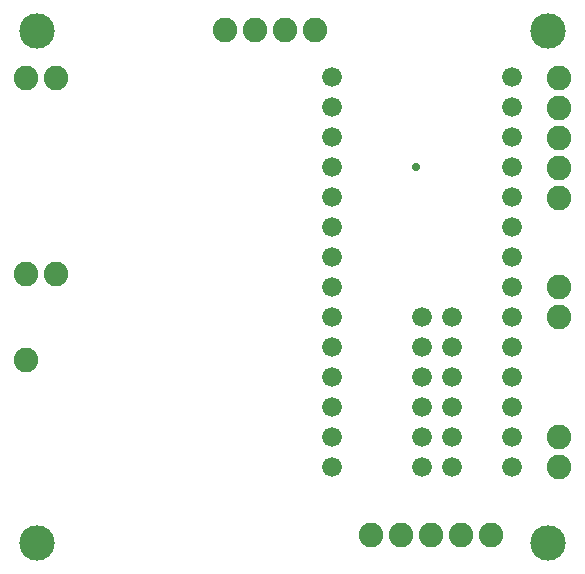
<source format=gbs>
G04*
G04 #@! TF.GenerationSoftware,Altium Limited,Altium Designer,21.6.1 (37)*
G04*
G04 Layer_Color=16711935*
%FSLAX25Y25*%
%MOIN*%
G70*
G04*
G04 #@! TF.SameCoordinates,3D0E8F73-5774-4D33-84BA-408F2C82BF8C*
G04*
G04*
G04 #@! TF.FilePolarity,Negative*
G04*
G01*
G75*
%ADD20C,0.08200*%
%ADD21C,0.11824*%
%ADD22C,0.06600*%
%ADD23C,0.02769*%
D20*
X105827Y183858D02*
D03*
X95827D02*
D03*
X85827D02*
D03*
X75827D02*
D03*
X124409Y15354D02*
D03*
X134409D02*
D03*
X144409D02*
D03*
X154409D02*
D03*
X164409D02*
D03*
X9449Y74016D02*
D03*
Y102362D02*
D03*
X19449D02*
D03*
X9449Y167717D02*
D03*
X19449D02*
D03*
X187008Y38189D02*
D03*
Y48189D02*
D03*
Y88189D02*
D03*
Y98189D02*
D03*
Y127953D02*
D03*
Y137953D02*
D03*
Y147953D02*
D03*
Y157953D02*
D03*
Y167953D02*
D03*
D21*
X12992Y12992D02*
D03*
Y183465D02*
D03*
X183465Y12992D02*
D03*
Y183465D02*
D03*
D22*
X111496Y148110D02*
D03*
Y138110D02*
D03*
Y128110D02*
D03*
Y118110D02*
D03*
Y108110D02*
D03*
Y98110D02*
D03*
Y88110D02*
D03*
Y78110D02*
D03*
Y68110D02*
D03*
Y58110D02*
D03*
Y48110D02*
D03*
Y38110D02*
D03*
X171496D02*
D03*
Y48110D02*
D03*
Y58110D02*
D03*
Y68110D02*
D03*
Y78110D02*
D03*
Y88110D02*
D03*
Y98110D02*
D03*
Y108110D02*
D03*
Y118110D02*
D03*
Y128110D02*
D03*
Y138110D02*
D03*
X111496Y158110D02*
D03*
X171496Y148110D02*
D03*
Y168110D02*
D03*
X151496Y48110D02*
D03*
Y58110D02*
D03*
Y68110D02*
D03*
Y78110D02*
D03*
Y88110D02*
D03*
X141496Y48110D02*
D03*
Y58110D02*
D03*
Y68110D02*
D03*
Y78110D02*
D03*
Y88110D02*
D03*
X151496Y38110D02*
D03*
X171496Y158110D02*
D03*
X111496Y168110D02*
D03*
X141496Y38110D02*
D03*
D23*
X139370Y138189D02*
D03*
M02*

</source>
